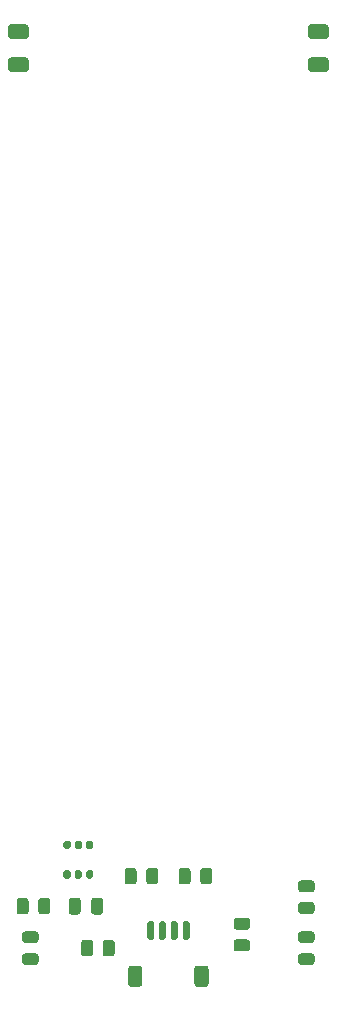
<source format=gtp>
G04 #@! TF.GenerationSoftware,KiCad,Pcbnew,6.0.10-86aedd382b~118~ubuntu18.04.1*
G04 #@! TF.CreationDate,2024-08-26T14:17:38-06:00*
G04 #@! TF.ProjectId,ckt-axle,636b742d-6178-46c6-952e-6b696361645f,rev?*
G04 #@! TF.SameCoordinates,Original*
G04 #@! TF.FileFunction,Paste,Top*
G04 #@! TF.FilePolarity,Positive*
%FSLAX46Y46*%
G04 Gerber Fmt 4.6, Leading zero omitted, Abs format (unit mm)*
G04 Created by KiCad (PCBNEW 6.0.10-86aedd382b~118~ubuntu18.04.1) date 2024-08-26 14:17:38*
%MOMM*%
%LPD*%
G01*
G04 APERTURE LIST*
G04 APERTURE END LIST*
G36*
G01*
X118646000Y-119057000D02*
X118646000Y-119957000D01*
G75*
G02*
X118396000Y-120207000I-250000J0D01*
G01*
X117871000Y-120207000D01*
G75*
G02*
X117621000Y-119957000I0J250000D01*
G01*
X117621000Y-119057000D01*
G75*
G02*
X117871000Y-118807000I250000J0D01*
G01*
X118396000Y-118807000D01*
G75*
G02*
X118646000Y-119057000I0J-250000D01*
G01*
G37*
G36*
G01*
X116821000Y-119057000D02*
X116821000Y-119957000D01*
G75*
G02*
X116571000Y-120207000I-250000J0D01*
G01*
X116046000Y-120207000D01*
G75*
G02*
X115796000Y-119957000I0J250000D01*
G01*
X115796000Y-119057000D01*
G75*
G02*
X116046000Y-118807000I250000J0D01*
G01*
X116571000Y-118807000D01*
G75*
G02*
X116821000Y-119057000I0J-250000D01*
G01*
G37*
G36*
G01*
X121257000Y-123513000D02*
X121257000Y-122613000D01*
G75*
G02*
X121507000Y-122363000I250000J0D01*
G01*
X122032000Y-122363000D01*
G75*
G02*
X122282000Y-122613000I0J-250000D01*
G01*
X122282000Y-123513000D01*
G75*
G02*
X122032000Y-123763000I-250000J0D01*
G01*
X121507000Y-123763000D01*
G75*
G02*
X121257000Y-123513000I0J250000D01*
G01*
G37*
G36*
G01*
X123082000Y-123513000D02*
X123082000Y-122613000D01*
G75*
G02*
X123332000Y-122363000I250000J0D01*
G01*
X123857000Y-122363000D01*
G75*
G02*
X124107000Y-122613000I0J-250000D01*
G01*
X124107000Y-123513000D01*
G75*
G02*
X123857000Y-123763000I-250000J0D01*
G01*
X123332000Y-123763000D01*
G75*
G02*
X123082000Y-123513000I0J250000D01*
G01*
G37*
G36*
G01*
X126851000Y-122196000D02*
X126851000Y-120946000D01*
G75*
G02*
X127001000Y-120796000I150000J0D01*
G01*
X127301000Y-120796000D01*
G75*
G02*
X127451000Y-120946000I0J-150000D01*
G01*
X127451000Y-122196000D01*
G75*
G02*
X127301000Y-122346000I-150000J0D01*
G01*
X127001000Y-122346000D01*
G75*
G02*
X126851000Y-122196000I0J150000D01*
G01*
G37*
G36*
G01*
X127851000Y-122196000D02*
X127851000Y-120946000D01*
G75*
G02*
X128001000Y-120796000I150000J0D01*
G01*
X128301000Y-120796000D01*
G75*
G02*
X128451000Y-120946000I0J-150000D01*
G01*
X128451000Y-122196000D01*
G75*
G02*
X128301000Y-122346000I-150000J0D01*
G01*
X128001000Y-122346000D01*
G75*
G02*
X127851000Y-122196000I0J150000D01*
G01*
G37*
G36*
G01*
X128851000Y-122196000D02*
X128851000Y-120946000D01*
G75*
G02*
X129001000Y-120796000I150000J0D01*
G01*
X129301000Y-120796000D01*
G75*
G02*
X129451000Y-120946000I0J-150000D01*
G01*
X129451000Y-122196000D01*
G75*
G02*
X129301000Y-122346000I-150000J0D01*
G01*
X129001000Y-122346000D01*
G75*
G02*
X128851000Y-122196000I0J150000D01*
G01*
G37*
G36*
G01*
X129851000Y-122196000D02*
X129851000Y-120946000D01*
G75*
G02*
X130001000Y-120796000I150000J0D01*
G01*
X130301000Y-120796000D01*
G75*
G02*
X130451000Y-120946000I0J-150000D01*
G01*
X130451000Y-122196000D01*
G75*
G02*
X130301000Y-122346000I-150000J0D01*
G01*
X130001000Y-122346000D01*
G75*
G02*
X129851000Y-122196000I0J150000D01*
G01*
G37*
G36*
G01*
X130851000Y-126096000D02*
X130851000Y-124796000D01*
G75*
G02*
X131101000Y-124546000I250000J0D01*
G01*
X131801000Y-124546000D01*
G75*
G02*
X132051000Y-124796000I0J-250000D01*
G01*
X132051000Y-126096000D01*
G75*
G02*
X131801000Y-126346000I-250000J0D01*
G01*
X131101000Y-126346000D01*
G75*
G02*
X130851000Y-126096000I0J250000D01*
G01*
G37*
G36*
G01*
X125251000Y-126096000D02*
X125251000Y-124796000D01*
G75*
G02*
X125501000Y-124546000I250000J0D01*
G01*
X126201000Y-124546000D01*
G75*
G02*
X126451000Y-124796000I0J-250000D01*
G01*
X126451000Y-126096000D01*
G75*
G02*
X126201000Y-126346000I-250000J0D01*
G01*
X125501000Y-126346000D01*
G75*
G02*
X125251000Y-126096000I0J250000D01*
G01*
G37*
G36*
G01*
X124940000Y-117417000D02*
X124940000Y-116517000D01*
G75*
G02*
X125190000Y-116267000I250000J0D01*
G01*
X125715000Y-116267000D01*
G75*
G02*
X125965000Y-116517000I0J-250000D01*
G01*
X125965000Y-117417000D01*
G75*
G02*
X125715000Y-117667000I-250000J0D01*
G01*
X125190000Y-117667000D01*
G75*
G02*
X124940000Y-117417000I0J250000D01*
G01*
G37*
G36*
G01*
X126765000Y-117417000D02*
X126765000Y-116517000D01*
G75*
G02*
X127015000Y-116267000I250000J0D01*
G01*
X127540000Y-116267000D01*
G75*
G02*
X127790000Y-116517000I0J-250000D01*
G01*
X127790000Y-117417000D01*
G75*
G02*
X127540000Y-117667000I-250000J0D01*
G01*
X127015000Y-117667000D01*
G75*
G02*
X126765000Y-117417000I0J250000D01*
G01*
G37*
G36*
G01*
X132362000Y-116517000D02*
X132362000Y-117417000D01*
G75*
G02*
X132112000Y-117667000I-250000J0D01*
G01*
X131587000Y-117667000D01*
G75*
G02*
X131337000Y-117417000I0J250000D01*
G01*
X131337000Y-116517000D01*
G75*
G02*
X131587000Y-116267000I250000J0D01*
G01*
X132112000Y-116267000D01*
G75*
G02*
X132362000Y-116517000I0J-250000D01*
G01*
G37*
G36*
G01*
X130537000Y-116517000D02*
X130537000Y-117417000D01*
G75*
G02*
X130287000Y-117667000I-250000J0D01*
G01*
X129762000Y-117667000D01*
G75*
G02*
X129512000Y-117417000I0J250000D01*
G01*
X129512000Y-116517000D01*
G75*
G02*
X129762000Y-116267000I250000J0D01*
G01*
X130287000Y-116267000D01*
G75*
G02*
X130537000Y-116517000I0J-250000D01*
G01*
G37*
G36*
G01*
X120236000Y-117170000D02*
X119926000Y-117170000D01*
G75*
G02*
X119771000Y-117015000I0J155000D01*
G01*
X119771000Y-116625000D01*
G75*
G02*
X119926000Y-116470000I155000J0D01*
G01*
X120236000Y-116470000D01*
G75*
G02*
X120391000Y-116625000I0J-155000D01*
G01*
X120391000Y-117015000D01*
G75*
G02*
X120236000Y-117170000I-155000J0D01*
G01*
G37*
G36*
G01*
X121186000Y-117170000D02*
X120876000Y-117170000D01*
G75*
G02*
X120721000Y-117015000I0J155000D01*
G01*
X120721000Y-116625000D01*
G75*
G02*
X120876000Y-116470000I155000J0D01*
G01*
X121186000Y-116470000D01*
G75*
G02*
X121341000Y-116625000I0J-155000D01*
G01*
X121341000Y-117015000D01*
G75*
G02*
X121186000Y-117170000I-155000J0D01*
G01*
G37*
G36*
G01*
X122136000Y-117170000D02*
X121826000Y-117170000D01*
G75*
G02*
X121671000Y-117015000I0J155000D01*
G01*
X121671000Y-116625000D01*
G75*
G02*
X121826000Y-116470000I155000J0D01*
G01*
X122136000Y-116470000D01*
G75*
G02*
X122291000Y-116625000I0J-155000D01*
G01*
X122291000Y-117015000D01*
G75*
G02*
X122136000Y-117170000I-155000J0D01*
G01*
G37*
G36*
G01*
X122136000Y-114670000D02*
X121826000Y-114670000D01*
G75*
G02*
X121671000Y-114515000I0J155000D01*
G01*
X121671000Y-114125000D01*
G75*
G02*
X121826000Y-113970000I155000J0D01*
G01*
X122136000Y-113970000D01*
G75*
G02*
X122291000Y-114125000I0J-155000D01*
G01*
X122291000Y-114515000D01*
G75*
G02*
X122136000Y-114670000I-155000J0D01*
G01*
G37*
G36*
G01*
X121186000Y-114670000D02*
X120876000Y-114670000D01*
G75*
G02*
X120721000Y-114515000I0J155000D01*
G01*
X120721000Y-114125000D01*
G75*
G02*
X120876000Y-113970000I155000J0D01*
G01*
X121186000Y-113970000D01*
G75*
G02*
X121341000Y-114125000I0J-155000D01*
G01*
X121341000Y-114515000D01*
G75*
G02*
X121186000Y-114670000I-155000J0D01*
G01*
G37*
G36*
G01*
X120236000Y-114670000D02*
X119926000Y-114670000D01*
G75*
G02*
X119771000Y-114515000I0J155000D01*
G01*
X119771000Y-114125000D01*
G75*
G02*
X119926000Y-113970000I155000J0D01*
G01*
X120236000Y-113970000D01*
G75*
G02*
X120391000Y-114125000I0J-155000D01*
G01*
X120391000Y-114515000D01*
G75*
G02*
X120236000Y-114670000I-155000J0D01*
G01*
G37*
G36*
G01*
X120216000Y-119982000D02*
X120216000Y-119032000D01*
G75*
G02*
X120466000Y-118782000I250000J0D01*
G01*
X120966000Y-118782000D01*
G75*
G02*
X121216000Y-119032000I0J-250000D01*
G01*
X121216000Y-119982000D01*
G75*
G02*
X120966000Y-120232000I-250000J0D01*
G01*
X120466000Y-120232000D01*
G75*
G02*
X120216000Y-119982000I0J250000D01*
G01*
G37*
G36*
G01*
X122116000Y-119982000D02*
X122116000Y-119032000D01*
G75*
G02*
X122366000Y-118782000I250000J0D01*
G01*
X122866000Y-118782000D01*
G75*
G02*
X123116000Y-119032000I0J-250000D01*
G01*
X123116000Y-119982000D01*
G75*
G02*
X122866000Y-120232000I-250000J0D01*
G01*
X122366000Y-120232000D01*
G75*
G02*
X122116000Y-119982000I0J250000D01*
G01*
G37*
G36*
G01*
X141976000Y-48888000D02*
X140726000Y-48888000D01*
G75*
G02*
X140476000Y-48638000I0J250000D01*
G01*
X140476000Y-47888000D01*
G75*
G02*
X140726000Y-47638000I250000J0D01*
G01*
X141976000Y-47638000D01*
G75*
G02*
X142226000Y-47888000I0J-250000D01*
G01*
X142226000Y-48638000D01*
G75*
G02*
X141976000Y-48888000I-250000J0D01*
G01*
G37*
G36*
G01*
X141976000Y-46088000D02*
X140726000Y-46088000D01*
G75*
G02*
X140476000Y-45838000I0J250000D01*
G01*
X140476000Y-45088000D01*
G75*
G02*
X140726000Y-44838000I250000J0D01*
G01*
X141976000Y-44838000D01*
G75*
G02*
X142226000Y-45088000I0J-250000D01*
G01*
X142226000Y-45838000D01*
G75*
G02*
X141976000Y-46088000I-250000J0D01*
G01*
G37*
G36*
G01*
X116576000Y-48888000D02*
X115326000Y-48888000D01*
G75*
G02*
X115076000Y-48638000I0J250000D01*
G01*
X115076000Y-47888000D01*
G75*
G02*
X115326000Y-47638000I250000J0D01*
G01*
X116576000Y-47638000D01*
G75*
G02*
X116826000Y-47888000I0J-250000D01*
G01*
X116826000Y-48638000D01*
G75*
G02*
X116576000Y-48888000I-250000J0D01*
G01*
G37*
G36*
G01*
X116576000Y-46088000D02*
X115326000Y-46088000D01*
G75*
G02*
X115076000Y-45838000I0J250000D01*
G01*
X115076000Y-45088000D01*
G75*
G02*
X115326000Y-44838000I250000J0D01*
G01*
X116576000Y-44838000D01*
G75*
G02*
X116826000Y-45088000I0J-250000D01*
G01*
X116826000Y-45838000D01*
G75*
G02*
X116576000Y-46088000I-250000J0D01*
G01*
G37*
G36*
G01*
X140791250Y-124488000D02*
X139878750Y-124488000D01*
G75*
G02*
X139635000Y-124244250I0J243750D01*
G01*
X139635000Y-123756750D01*
G75*
G02*
X139878750Y-123513000I243750J0D01*
G01*
X140791250Y-123513000D01*
G75*
G02*
X141035000Y-123756750I0J-243750D01*
G01*
X141035000Y-124244250D01*
G75*
G02*
X140791250Y-124488000I-243750J0D01*
G01*
G37*
G36*
G01*
X140791250Y-122613000D02*
X139878750Y-122613000D01*
G75*
G02*
X139635000Y-122369250I0J243750D01*
G01*
X139635000Y-121881750D01*
G75*
G02*
X139878750Y-121638000I243750J0D01*
G01*
X140791250Y-121638000D01*
G75*
G02*
X141035000Y-121881750I0J-243750D01*
G01*
X141035000Y-122369250D01*
G75*
G02*
X140791250Y-122613000I-243750J0D01*
G01*
G37*
G36*
G01*
X135324000Y-123345000D02*
X134424000Y-123345000D01*
G75*
G02*
X134174000Y-123095000I0J250000D01*
G01*
X134174000Y-122570000D01*
G75*
G02*
X134424000Y-122320000I250000J0D01*
G01*
X135324000Y-122320000D01*
G75*
G02*
X135574000Y-122570000I0J-250000D01*
G01*
X135574000Y-123095000D01*
G75*
G02*
X135324000Y-123345000I-250000J0D01*
G01*
G37*
G36*
G01*
X135324000Y-121520000D02*
X134424000Y-121520000D01*
G75*
G02*
X134174000Y-121270000I0J250000D01*
G01*
X134174000Y-120745000D01*
G75*
G02*
X134424000Y-120495000I250000J0D01*
G01*
X135324000Y-120495000D01*
G75*
G02*
X135574000Y-120745000I0J-250000D01*
G01*
X135574000Y-121270000D01*
G75*
G02*
X135324000Y-121520000I-250000J0D01*
G01*
G37*
G36*
G01*
X117423250Y-124488000D02*
X116510750Y-124488000D01*
G75*
G02*
X116267000Y-124244250I0J243750D01*
G01*
X116267000Y-123756750D01*
G75*
G02*
X116510750Y-123513000I243750J0D01*
G01*
X117423250Y-123513000D01*
G75*
G02*
X117667000Y-123756750I0J-243750D01*
G01*
X117667000Y-124244250D01*
G75*
G02*
X117423250Y-124488000I-243750J0D01*
G01*
G37*
G36*
G01*
X117423250Y-122613000D02*
X116510750Y-122613000D01*
G75*
G02*
X116267000Y-122369250I0J243750D01*
G01*
X116267000Y-121881750D01*
G75*
G02*
X116510750Y-121638000I243750J0D01*
G01*
X117423250Y-121638000D01*
G75*
G02*
X117667000Y-121881750I0J-243750D01*
G01*
X117667000Y-122369250D01*
G75*
G02*
X117423250Y-122613000I-243750J0D01*
G01*
G37*
G36*
G01*
X140785000Y-120170000D02*
X139885000Y-120170000D01*
G75*
G02*
X139635000Y-119920000I0J250000D01*
G01*
X139635000Y-119395000D01*
G75*
G02*
X139885000Y-119145000I250000J0D01*
G01*
X140785000Y-119145000D01*
G75*
G02*
X141035000Y-119395000I0J-250000D01*
G01*
X141035000Y-119920000D01*
G75*
G02*
X140785000Y-120170000I-250000J0D01*
G01*
G37*
G36*
G01*
X140785000Y-118345000D02*
X139885000Y-118345000D01*
G75*
G02*
X139635000Y-118095000I0J250000D01*
G01*
X139635000Y-117570000D01*
G75*
G02*
X139885000Y-117320000I250000J0D01*
G01*
X140785000Y-117320000D01*
G75*
G02*
X141035000Y-117570000I0J-250000D01*
G01*
X141035000Y-118095000D01*
G75*
G02*
X140785000Y-118345000I-250000J0D01*
G01*
G37*
M02*

</source>
